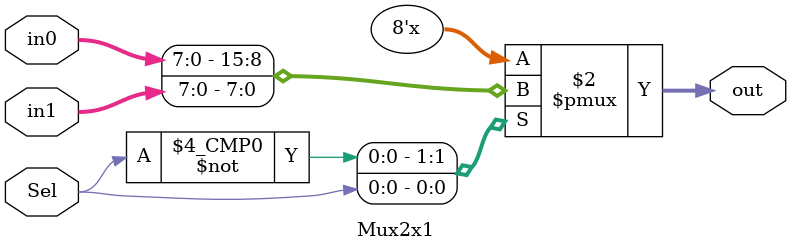
<source format=sv>
module Mux2x1 #(N = 8)( input  logic [N-1:0] in0, in1,
                        input  logic Sel,
                        output logic [N-1:0] out);

    always @(*) begin
        case (Sel)
            1'b0:  out = in0;
				1'b1:  out = in1;
            default: out = 0;
        endcase
    end

endmodule

</source>
